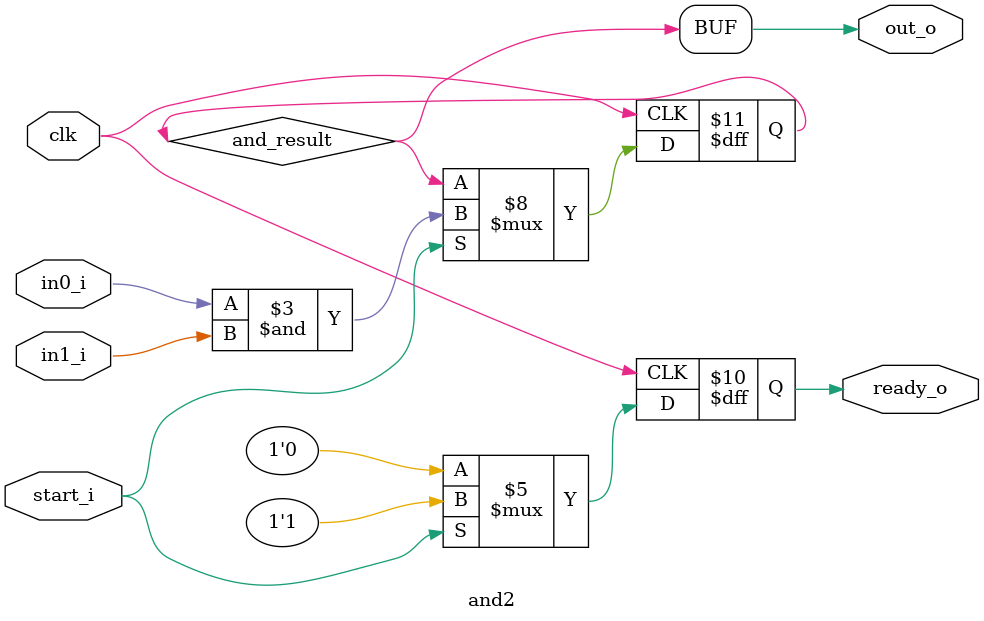
<source format=sv>
module and2 # (
    parameter int Width = 1
) (
    input logic clk,

    input logic start_i,
    input logic [Width-1:0] in0_i,
    input logic [Width-1:0] in1_i,

    output logic [Width-1:0] out_o,
    output logic ready_o

);
    logic [Width-1:0] and_result;

    always_ff @(posedge clk) begin
        // Check if start_i is high
        if (start_i == 1'b1) begin
            // Perform AND operation
            and_result <= in0_i & in1_i;
            // Set ready_o to indicate operation completion
            ready_o <= 1'b1;
        end else begin
            // Reset ready_o if start_i is low
            ready_o <= 1'b0;
        end
    end

    // Assign the result to out_o
    assign out_o = and_result;

endmodule
</source>
